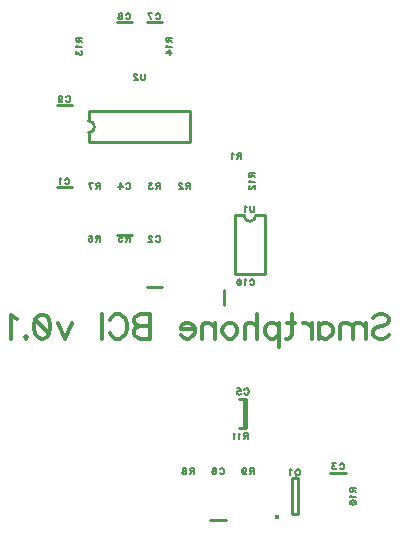
<source format=gbo>
G04 DipTrace 2.4.0.2*
%INeeg.backsilk.gbo*%
%MOIN*%
%ADD10C,0.0098*%
%ADD25C,0.0154*%
%ADD58C,0.006*%
%ADD63C,0.0124*%
%FSLAX44Y44*%
G04*
G70*
G90*
G75*
G01*
%LNBotSilk*%
%LPD*%
X6193Y15601D2*
D10*
X5681D1*
X8681Y12273D2*
X9193D1*
X15319Y6100D2*
X14807D1*
X7681Y14023D2*
X8193D1*
X11929Y7570D2*
Y8554D1*
X12004Y7570D2*
Y8554D1*
Y7570D2*
X11768D1*
X12004Y8554D2*
X11768D1*
X10807Y4524D2*
X11319D1*
X9193Y21101D2*
X8681D1*
X8193D2*
X7681D1*
X6193Y18351D2*
X5681D1*
X11275Y12193D2*
Y11681D1*
D25*
X13040Y4629D3*
X13541Y4721D2*
D10*
Y5902D1*
X13738D1*
Y4721D1*
X13541D1*
X12636Y14671D2*
Y12703D1*
X11612Y14671D2*
Y12703D1*
X12636D2*
X11612D1*
X12321Y14671D2*
X12636D1*
X11927D2*
X11612D1*
X12321D2*
G02X11927Y14671I-197J0D01*
G01*
X6744Y18136D2*
X10130D1*
X6744Y17112D2*
X10130D1*
Y18136D2*
Y17112D1*
X6744Y18136D2*
Y17821D1*
Y17427D2*
Y17112D1*
Y17821D2*
G02X6744Y17427I0J-197D01*
G01*
X5949Y15860D2*
D58*
X5959Y15879D1*
X5978Y15899D1*
X5997Y15908D1*
X6035D1*
X6054Y15899D1*
X6074Y15879D1*
X6083Y15860D1*
X6093Y15832D1*
Y15784D1*
X6083Y15755D1*
X6074Y15736D1*
X6054Y15717D1*
X6035Y15707D1*
X5997D1*
X5978Y15717D1*
X5959Y15736D1*
X5949Y15755D1*
X5829Y15870D2*
X5810Y15879D1*
X5781Y15908D1*
Y15707D1*
X8992Y13951D2*
X9002Y13970D1*
X9021Y13989D1*
X9040Y13998D1*
X9078D1*
X9097Y13989D1*
X9117Y13970D1*
X9126Y13951D1*
X9136Y13922D1*
Y13874D1*
X9126Y13845D1*
X9117Y13826D1*
X9097Y13807D1*
X9078Y13797D1*
X9040D1*
X9021Y13807D1*
X9002Y13826D1*
X8992Y13845D1*
X8863Y13950D2*
Y13960D1*
X8853Y13979D1*
X8844Y13989D1*
X8824Y13998D1*
X8786D1*
X8767Y13989D1*
X8758Y13979D1*
X8748Y13960D1*
Y13941D1*
X8758Y13922D1*
X8777Y13893D1*
X8872Y13797D1*
X8738D1*
X15118Y6359D2*
X15128Y6378D1*
X15147Y6398D1*
X15166Y6407D1*
X15204D1*
X15223Y6398D1*
X15242Y6378D1*
X15252Y6359D1*
X15262Y6331D1*
Y6283D1*
X15252Y6254D1*
X15242Y6235D1*
X15223Y6216D1*
X15204Y6206D1*
X15166D1*
X15147Y6216D1*
X15128Y6235D1*
X15118Y6254D1*
X14979Y6407D2*
X14874D1*
X14931Y6330D1*
X14903D1*
X14883Y6321D1*
X14874Y6311D1*
X14864Y6283D1*
Y6264D1*
X14874Y6235D1*
X14893Y6216D1*
X14922Y6206D1*
X14950D1*
X14979Y6216D1*
X14989Y6225D1*
X14998Y6244D1*
X7997Y15701D2*
X8007Y15720D1*
X8026Y15739D1*
X8045Y15748D1*
X8083D1*
X8102Y15739D1*
X8121Y15720D1*
X8131Y15701D1*
X8140Y15672D1*
Y15624D1*
X8131Y15595D1*
X8121Y15576D1*
X8102Y15557D1*
X8083Y15547D1*
X8045D1*
X8026Y15557D1*
X8007Y15576D1*
X7997Y15595D1*
X7781Y15547D2*
Y15748D1*
X7877Y15614D1*
X7734D1*
X11941Y8853D2*
X11951Y8872D1*
X11970Y8891D1*
X11989Y8901D1*
X12027D1*
X12046Y8891D1*
X12065Y8872D1*
X12075Y8853D1*
X12085Y8824D1*
Y8776D1*
X12075Y8748D1*
X12065Y8729D1*
X12046Y8710D1*
X12027Y8700D1*
X11989D1*
X11970Y8710D1*
X11951Y8729D1*
X11941Y8748D1*
X11706Y8901D2*
X11802D1*
X11811Y8815D1*
X11802Y8824D1*
X11773Y8834D1*
X11745D1*
X11716Y8824D1*
X11697Y8805D1*
X11687Y8776D1*
Y8757D1*
X11697Y8729D1*
X11716Y8710D1*
X11745Y8700D1*
X11773D1*
X11802Y8710D1*
X11811Y8719D1*
X11821Y8738D1*
X11113Y6202D2*
X11123Y6221D1*
X11142Y6240D1*
X11161Y6249D1*
X11199D1*
X11219Y6240D1*
X11238Y6221D1*
X11247Y6202D1*
X11257Y6173D1*
Y6125D1*
X11247Y6096D1*
X11238Y6077D1*
X11219Y6058D1*
X11199Y6048D1*
X11161D1*
X11142Y6058D1*
X11123Y6077D1*
X11113Y6096D1*
X10879Y6221D2*
X10888Y6240D1*
X10917Y6249D1*
X10936D1*
X10965Y6240D1*
X10984Y6211D1*
X10993Y6163D1*
Y6115D1*
X10984Y6077D1*
X10965Y6058D1*
X10936Y6048D1*
X10926D1*
X10898Y6058D1*
X10879Y6077D1*
X10869Y6106D1*
Y6115D1*
X10879Y6144D1*
X10898Y6163D1*
X10926Y6173D1*
X10936D1*
X10965Y6163D1*
X10984Y6144D1*
X10993Y6115D1*
X8992Y21360D2*
X9002Y21379D1*
X9021Y21399D1*
X9040Y21408D1*
X9078D1*
X9097Y21399D1*
X9117Y21379D1*
X9126Y21360D1*
X9136Y21332D1*
Y21284D1*
X9126Y21255D1*
X9117Y21236D1*
X9097Y21217D1*
X9078Y21207D1*
X9040D1*
X9021Y21217D1*
X9002Y21236D1*
X8992Y21255D1*
X8834Y21207D2*
X8738Y21408D1*
X8872D1*
X7992Y21360D2*
X8002Y21379D1*
X8021Y21399D1*
X8040Y21408D1*
X8078D1*
X8097Y21399D1*
X8116Y21379D1*
X8126Y21360D1*
X8136Y21332D1*
Y21284D1*
X8126Y21255D1*
X8116Y21236D1*
X8097Y21217D1*
X8078Y21207D1*
X8040D1*
X8021Y21217D1*
X8002Y21236D1*
X7992Y21255D1*
X7824Y21408D2*
X7853Y21398D1*
X7863Y21379D1*
Y21360D1*
X7853Y21341D1*
X7834Y21331D1*
X7796Y21322D1*
X7767Y21312D1*
X7748Y21293D1*
X7738Y21274D1*
Y21245D1*
X7748Y21226D1*
X7757Y21217D1*
X7786Y21207D1*
X7824D1*
X7853Y21217D1*
X7863Y21226D1*
X7872Y21245D1*
Y21274D1*
X7863Y21293D1*
X7843Y21312D1*
X7815Y21322D1*
X7777Y21331D1*
X7757Y21341D1*
X7748Y21360D1*
Y21379D1*
X7757Y21398D1*
X7786Y21408D1*
X7824D1*
X5988Y18610D2*
X5997Y18629D1*
X6016Y18649D1*
X6035Y18658D1*
X6074D1*
X6093Y18649D1*
X6112Y18629D1*
X6121Y18610D1*
X6131Y18582D1*
Y18534D1*
X6121Y18505D1*
X6112Y18486D1*
X6093Y18467D1*
X6074Y18457D1*
X6035D1*
X6016Y18467D1*
X5997Y18486D1*
X5988Y18505D1*
X5743Y18591D2*
X5753Y18562D1*
X5772Y18543D1*
X5801Y18534D1*
X5810D1*
X5839Y18543D1*
X5858Y18562D1*
X5868Y18591D1*
Y18601D1*
X5858Y18629D1*
X5839Y18648D1*
X5810Y18658D1*
X5801D1*
X5772Y18648D1*
X5753Y18629D1*
X5743Y18591D1*
Y18543D1*
X5753Y18495D1*
X5772Y18467D1*
X5801Y18457D1*
X5820D1*
X5848Y18467D1*
X5858Y18486D1*
X12123Y12492D2*
X12133Y12511D1*
X12152Y12530D1*
X12171Y12540D1*
X12209D1*
X12229Y12530D1*
X12248Y12511D1*
X12257Y12492D1*
X12267Y12463D1*
Y12415D1*
X12257Y12387D1*
X12248Y12368D1*
X12229Y12349D1*
X12209Y12339D1*
X12171D1*
X12152Y12349D1*
X12133Y12368D1*
X12123Y12387D1*
X12003Y12501D2*
X11984Y12511D1*
X11955Y12540D1*
Y12339D1*
X11778Y12540D2*
X11807Y12530D1*
X11826Y12501D1*
X11835Y12454D1*
Y12425D1*
X11826Y12377D1*
X11807Y12348D1*
X11778Y12339D1*
X11759D1*
X11730Y12348D1*
X11711Y12377D1*
X11701Y12425D1*
Y12454D1*
X11711Y12501D1*
X11730Y12530D1*
X11759Y12540D1*
X11778D1*
X11711Y12501D2*
X11826Y12377D1*
X13734Y6209D2*
X13753Y6200D1*
X13772Y6181D1*
X13782Y6161D1*
X13792Y6133D1*
Y6085D1*
X13782Y6056D1*
X13772Y6037D1*
X13753Y6018D1*
X13734Y6008D1*
X13696D1*
X13677Y6018D1*
X13658Y6037D1*
X13648Y6056D1*
X13638Y6085D1*
Y6133D1*
X13648Y6161D1*
X13658Y6181D1*
X13677Y6200D1*
X13696Y6209D1*
X13734D1*
X13705Y6047D2*
X13648Y5989D1*
X13518Y6171D2*
X13499Y6180D1*
X13470Y6209D1*
Y6008D1*
X11838Y16653D2*
X11752D1*
X11723Y16662D1*
X11714Y16672D1*
X11704Y16691D1*
Y16710D1*
X11714Y16729D1*
X11723Y16739D1*
X11752Y16748D1*
X11838D1*
Y16547D1*
X11771Y16653D2*
X11704Y16547D1*
X11584Y16710D2*
X11565Y16720D1*
X11536Y16748D1*
Y16547D1*
X10131Y15655D2*
X10045D1*
X10016Y15664D1*
X10007Y15674D1*
X9997Y15693D1*
Y15712D1*
X10007Y15731D1*
X10016Y15741D1*
X10045Y15750D1*
X10131D1*
Y15549D1*
X10064Y15655D2*
X9997Y15549D1*
X9867Y15702D2*
Y15712D1*
X9858Y15731D1*
X9848Y15741D1*
X9829Y15750D1*
X9791D1*
X9772Y15741D1*
X9762Y15731D1*
X9753Y15712D1*
Y15693D1*
X9762Y15674D1*
X9781Y15645D1*
X9877Y15549D1*
X9743D1*
X9131Y15655D2*
X9045D1*
X9016Y15664D1*
X9007Y15674D1*
X8997Y15693D1*
Y15712D1*
X9007Y15731D1*
X9016Y15741D1*
X9045Y15750D1*
X9131D1*
Y15549D1*
X9064Y15655D2*
X8997Y15549D1*
X8858Y15750D2*
X8753D1*
X8810Y15674D1*
X8781D1*
X8762Y15664D1*
X8753Y15655D1*
X8743Y15626D1*
Y15607D1*
X8753Y15578D1*
X8772Y15559D1*
X8801Y15549D1*
X8829D1*
X8858Y15559D1*
X8867Y15569D1*
X8877Y15588D1*
X8131Y13905D2*
X8045D1*
X8016Y13914D1*
X8007Y13924D1*
X7997Y13943D1*
Y13962D1*
X8007Y13981D1*
X8016Y13991D1*
X8045Y14000D1*
X8131D1*
Y13799D1*
X8064Y13905D2*
X7997Y13799D1*
X7762Y14000D2*
X7858D1*
X7867Y13914D1*
X7858Y13924D1*
X7829Y13933D1*
X7801D1*
X7772Y13924D1*
X7753Y13905D1*
X7743Y13876D1*
Y13857D1*
X7753Y13828D1*
X7772Y13809D1*
X7801Y13799D1*
X7829D1*
X7858Y13809D1*
X7867Y13819D1*
X7877Y13838D1*
X7126Y13903D2*
X7040D1*
X7011Y13912D1*
X7002Y13922D1*
X6992Y13941D1*
Y13960D1*
X7002Y13979D1*
X7011Y13989D1*
X7040Y13998D1*
X7126D1*
Y13797D1*
X7059Y13903D2*
X6992Y13797D1*
X6757Y13970D2*
X6767Y13989D1*
X6796Y13998D1*
X6815D1*
X6843Y13989D1*
X6863Y13960D1*
X6872Y13912D1*
Y13864D1*
X6863Y13826D1*
X6843Y13807D1*
X6815Y13797D1*
X6805D1*
X6777Y13807D1*
X6757Y13826D1*
X6748Y13855D1*
Y13864D1*
X6757Y13893D1*
X6777Y13912D1*
X6805Y13922D1*
X6815D1*
X6843Y13912D1*
X6863Y13893D1*
X6872Y13864D1*
X7131Y15655D2*
X7045D1*
X7016Y15664D1*
X7007Y15674D1*
X6997Y15693D1*
Y15712D1*
X7007Y15731D1*
X7016Y15741D1*
X7045Y15750D1*
X7131D1*
Y15549D1*
X7064Y15655D2*
X6997Y15549D1*
X6839D2*
X6743Y15750D1*
X6877D1*
X10257Y6154D2*
X10171D1*
X10142Y6163D1*
X10132Y6173D1*
X10123Y6192D1*
Y6211D1*
X10132Y6230D1*
X10142Y6240D1*
X10171Y6249D1*
X10257D1*
Y6048D1*
X10190Y6154D2*
X10123Y6048D1*
X9955Y6249D2*
X9984Y6240D1*
X9993Y6221D1*
Y6201D1*
X9984Y6182D1*
X9965Y6173D1*
X9926Y6163D1*
X9898Y6154D1*
X9879Y6134D1*
X9869Y6115D1*
Y6087D1*
X9879Y6068D1*
X9888Y6058D1*
X9917Y6048D1*
X9955D1*
X9984Y6058D1*
X9993Y6068D1*
X10003Y6087D1*
Y6115D1*
X9993Y6134D1*
X9974Y6154D1*
X9946Y6163D1*
X9907Y6173D1*
X9888Y6182D1*
X9879Y6201D1*
Y6221D1*
X9888Y6240D1*
X9917Y6249D1*
X9955D1*
X12252Y6154D2*
X12166D1*
X12137Y6163D1*
X12128Y6173D1*
X12118Y6192D1*
Y6211D1*
X12128Y6230D1*
X12137Y6240D1*
X12166Y6249D1*
X12252D1*
Y6048D1*
X12185Y6154D2*
X12118Y6048D1*
X11874Y6182D2*
X11883Y6154D1*
X11903Y6134D1*
X11931Y6125D1*
X11941D1*
X11969Y6134D1*
X11989Y6154D1*
X11998Y6182D1*
Y6192D1*
X11989Y6221D1*
X11969Y6240D1*
X11941Y6249D1*
X11931D1*
X11903Y6240D1*
X11883Y6221D1*
X11874Y6182D1*
Y6134D1*
X11883Y6087D1*
X11903Y6058D1*
X11931Y6048D1*
X11950D1*
X11979Y6058D1*
X11989Y6077D1*
X15556Y5590D2*
Y5504D1*
X15546Y5475D1*
X15537Y5466D1*
X15518Y5456D1*
X15499D1*
X15479Y5466D1*
X15470Y5475D1*
X15460Y5504D1*
Y5590D1*
X15661D1*
X15556Y5523D2*
X15661Y5456D1*
X15499Y5336D2*
X15489Y5317D1*
X15460Y5288D1*
X15661D1*
X15460Y5111D2*
X15470Y5139D1*
X15499Y5159D1*
X15546Y5168D1*
X15575D1*
X15623Y5159D1*
X15652Y5139D1*
X15661Y5111D1*
Y5092D1*
X15652Y5063D1*
X15623Y5044D1*
X15575Y5034D1*
X15546D1*
X15499Y5044D1*
X15470Y5063D1*
X15460Y5092D1*
Y5111D1*
X15499Y5044D2*
X15623Y5159D1*
X12048Y7319D2*
X11962D1*
X11933Y7329D1*
X11923Y7338D1*
X11914Y7357D1*
Y7376D1*
X11923Y7396D1*
X11933Y7405D1*
X11962Y7415D1*
X12048D1*
Y7214D1*
X11981Y7319D2*
X11914Y7214D1*
X11794Y7376D2*
X11775Y7386D1*
X11746Y7415D1*
Y7214D1*
X11626Y7376D2*
X11607Y7386D1*
X11578Y7415D1*
Y7214D1*
X12180Y16091D2*
Y16005D1*
X12170Y15976D1*
X12161Y15966D1*
X12142Y15957D1*
X12123D1*
X12104Y15966D1*
X12094Y15976D1*
X12084Y16005D1*
Y16091D1*
X12285D1*
X12180Y16024D2*
X12285Y15957D1*
X12123Y15837D2*
X12113Y15818D1*
X12085Y15789D1*
X12285D1*
X12132Y15659D2*
X12123D1*
X12104Y15650D1*
X12094Y15640D1*
X12085Y15621D1*
Y15583D1*
X12094Y15564D1*
X12104Y15554D1*
X12123Y15545D1*
X12142D1*
X12161Y15554D1*
X12190Y15573D1*
X12285Y15669D1*
Y15535D1*
X6430Y20589D2*
Y20503D1*
X6420Y20474D1*
X6411Y20465D1*
X6392Y20455D1*
X6373D1*
X6354Y20465D1*
X6344Y20474D1*
X6334Y20503D1*
Y20589D1*
X6535D1*
X6430Y20522D2*
X6535Y20455D1*
X6373Y20335D2*
X6363Y20316D1*
X6335Y20287D1*
X6535D1*
X6335Y20148D2*
Y20043D1*
X6411Y20100D1*
Y20071D1*
X6420Y20052D1*
X6430Y20043D1*
X6459Y20033D1*
X6478D1*
X6506Y20043D1*
X6526Y20062D1*
X6535Y20091D1*
Y20119D1*
X6526Y20148D1*
X6516Y20157D1*
X6497Y20167D1*
X9430Y20594D2*
Y20508D1*
X9420Y20479D1*
X9411Y20469D1*
X9392Y20460D1*
X9373D1*
X9354Y20469D1*
X9344Y20479D1*
X9334Y20508D1*
Y20594D1*
X9535D1*
X9430Y20527D2*
X9535Y20460D1*
X9373Y20340D2*
X9363Y20321D1*
X9335Y20292D1*
X9535D1*
Y20076D2*
X9335D1*
X9468Y20172D1*
Y20028D1*
X12275Y14979D2*
Y14835D1*
X12265Y14807D1*
X12246Y14788D1*
X12218Y14778D1*
X12198D1*
X12170Y14788D1*
X12151Y14807D1*
X12141Y14835D1*
Y14979D1*
X12021Y14940D2*
X12002Y14950D1*
X11973Y14979D1*
Y14778D1*
X8631Y19388D2*
Y19245D1*
X8621Y19216D1*
X8602Y19197D1*
X8574Y19187D1*
X8554D1*
X8526Y19197D1*
X8507Y19216D1*
X8497Y19245D1*
Y19388D1*
X8367Y19340D2*
Y19350D1*
X8358Y19369D1*
X8348Y19378D1*
X8329Y19388D1*
X8291D1*
X8272Y19378D1*
X8262Y19369D1*
X8253Y19350D1*
Y19331D1*
X8262Y19311D1*
X8281Y19283D1*
X8377Y19187D1*
X8243D1*
X16226Y11253D2*
D63*
X16302Y11330D1*
X16417Y11368D1*
X16570D1*
X16685Y11330D1*
X16762Y11253D1*
Y11177D1*
X16723Y11100D1*
X16685Y11062D1*
X16609Y11024D1*
X16379Y10947D1*
X16302Y10909D1*
X16264Y10870D1*
X16226Y10794D1*
Y10679D1*
X16302Y10603D1*
X16417Y10564D1*
X16570D1*
X16685Y10603D1*
X16762Y10679D1*
X15979Y11100D2*
Y10564D1*
Y10947D2*
X15864Y11062D1*
X15787Y11100D1*
X15673D1*
X15596Y11062D1*
X15558Y10947D1*
Y10564D1*
Y10947D2*
X15443Y11062D1*
X15366Y11100D1*
X15252D1*
X15175Y11062D1*
X15136Y10947D1*
Y10564D1*
X14430Y11100D2*
Y10564D1*
Y10985D2*
X14506Y11062D1*
X14583Y11100D1*
X14697D1*
X14774Y11062D1*
X14850Y10985D1*
X14889Y10870D1*
Y10794D1*
X14850Y10679D1*
X14774Y10603D1*
X14697Y10564D1*
X14583D1*
X14506Y10603D1*
X14430Y10679D1*
X14183Y11100D2*
Y10564D1*
Y10870D2*
X14144Y10985D1*
X14068Y11062D1*
X13991Y11100D1*
X13876D1*
X13514Y11368D2*
Y10717D1*
X13476Y10603D1*
X13399Y10564D1*
X13323D1*
X13629Y11100D2*
X13361D1*
X13076D2*
Y10296D1*
Y10985D2*
X12999Y11061D1*
X12923Y11100D1*
X12808D1*
X12731Y11061D1*
X12655Y10985D1*
X12616Y10870D1*
Y10793D1*
X12655Y10679D1*
X12731Y10602D1*
X12808Y10564D1*
X12923D1*
X12999Y10602D1*
X13076Y10679D1*
X12369Y11368D2*
Y10564D1*
Y10947D2*
X12254Y11062D1*
X12177Y11100D1*
X12062D1*
X11986Y11062D1*
X11948Y10947D1*
Y10564D1*
X11510Y11100D2*
X11586Y11062D1*
X11663Y10985D1*
X11701Y10870D1*
Y10794D1*
X11663Y10679D1*
X11586Y10603D1*
X11510Y10564D1*
X11395D1*
X11318Y10603D1*
X11242Y10679D1*
X11203Y10794D1*
Y10870D1*
X11242Y10985D1*
X11318Y11062D1*
X11395Y11100D1*
X11510D1*
X10956D2*
Y10564D1*
Y10947D2*
X10841Y11062D1*
X10765Y11100D1*
X10650D1*
X10574Y11062D1*
X10535Y10947D1*
Y10564D1*
X10288Y10870D2*
X9829D1*
Y10947D1*
X9868Y11024D1*
X9906Y11062D1*
X9982Y11100D1*
X10097D1*
X10173Y11062D1*
X10250Y10985D1*
X10288Y10870D1*
Y10794D1*
X10250Y10679D1*
X10173Y10603D1*
X10097Y10564D1*
X9982D1*
X9906Y10603D1*
X9829Y10679D1*
X8805Y11368D2*
Y10564D1*
X8460D1*
X8345Y10603D1*
X8307Y10641D1*
X8269Y10717D1*
Y10832D1*
X8307Y10909D1*
X8345Y10947D1*
X8460Y10985D1*
X8345Y11024D1*
X8307Y11062D1*
X8269Y11138D1*
Y11215D1*
X8307Y11291D1*
X8345Y11330D1*
X8460Y11368D1*
X8805D1*
Y10985D2*
X8460D1*
X7448Y11177D2*
X7486Y11253D1*
X7563Y11330D1*
X7639Y11368D1*
X7792D1*
X7869Y11330D1*
X7945Y11253D1*
X7984Y11177D1*
X8022Y11062D1*
Y10870D1*
X7984Y10756D1*
X7945Y10679D1*
X7869Y10603D1*
X7792Y10564D1*
X7639D1*
X7563Y10603D1*
X7486Y10679D1*
X7448Y10756D1*
X7201Y11368D2*
Y10564D1*
X6176Y11100D2*
X5946Y10564D1*
X5717Y11100D1*
X5240Y11367D2*
X5355Y11329D1*
X5432Y11214D1*
X5470Y11023D1*
Y10908D1*
X5432Y10717D1*
X5355Y10602D1*
X5240Y10564D1*
X5164D1*
X5049Y10602D1*
X4973Y10717D1*
X4934Y10908D1*
Y11023D1*
X4973Y11214D1*
X5049Y11329D1*
X5164Y11367D1*
X5240D1*
X4973Y11214D2*
X5432Y10717D1*
X4649Y10641D2*
X4687Y10602D1*
X4649Y10564D1*
X4610Y10602D1*
X4649Y10641D1*
X4363Y11214D2*
X4287Y11253D1*
X4172Y11367D1*
Y10564D1*
M02*

</source>
